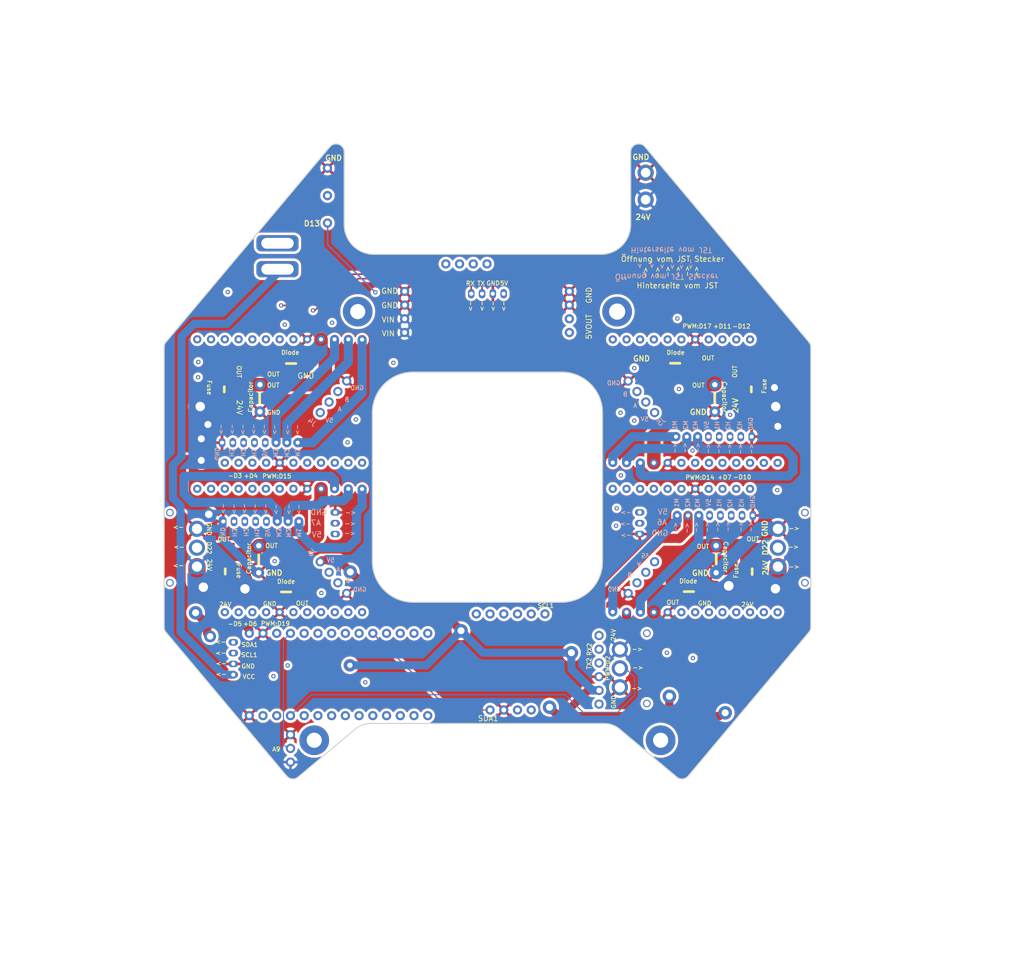
<source format=kicad_pcb>
(kicad_pcb (version 20221018) (generator pcbnew)
  (layers (0 "F.Cu" signal) (1 "In1.Cu" signal) (2 "In2.Cu" signal) (31 "B.Cu" signal) (34 "B.Paste" user) (35 "F.Paste" user) (36 "B.SilkS" user "B.Silkscreen") (37 "F.SilkS" user "F.Silkscreen") (38 "B.Mask" user) (39 "F.Mask" user) (44 "Edge.Cuts" user))
  (net 0 "")
  (net 1 "RX")
  (net 2 "TX")
  (net 3 "GND")
  (net 4 "+5V")
  (net 5 "DribblerESC")
  (net 6 "A_VR")
  (net 7 "B_VR")
  (net 8 "A_VL")
  (net 9 "B_VL")
  (net 10 "B_HR")
  (net 11 "A_HL")
  (net 12 "B_HL")
  (net 13 "SDA")
  (net 14 "SCL")
  (net 15 "RX2")
  (net 16 "TX2")
  (net 18 "StartMicroSwitch")
  (net 19 "Batterystate")
  (net 20 "+24V")
  (net 21 "IR2")
  (net 22 "IR1")
  (net 23 "H3_VR")
  (net 24 "H2_VR")
  (net 25 "H1_VR")
  (net 26 "Phase3_VR")
  (net 27 "Phase2_VR")
  (net 28 "Phase1_VR")
  (net 29 "H3_VL")
  (net 30 "H2_VL")
  (net 31 "H1_VL")
  (net 32 "Phase3_VL")
  (net 33 "Phase2_VL")
  (net 34 "Phase1_Vl")
  (net 35 "H3_HR")
  (net 36 "H2_HR")
  (net 37 "H1_HR")
  (net 38 "Phase3_HR")
  (net 39 "Phase2_HR")
  (net 40 "H3_HL")
  (net 41 "H2_HL")
  (net 42 "H1_HL")
  (net 43 "Phase3_HL")
  (net 44 "Phase2_HL")
  (net 45 "Phase1_HL")
  (net 50 "CCW1")
  (net 51 "CW1")
  (net 52 "PWM1")
  (net 63 "CCW2")
  (net 64 "CW2")
  (net 65 "PWM2")
  (net 76 "CCW3")
  (net 77 "CW3")
  (net 78 "PWM3")
  (net 89 "CCW4")
  (net 90 "CW4")
  (net 91 "PWM4")
  (net 104 "KickerPin")
  (net 108 "Net-(D1-A1)")
  (net 109 "Net-(D2-A1)")
  (net 110 "Net-(D3-A1)")
  (net 111 "Net-(D4-A1)")
  (net 112 "VCC")
  (net 117 "A_HR")
  (net 118 "Phase1_HR")
  (footprint "FUSE:Fuse" (layer "F.Cu") (at -48.675 -18.125 -90)
    (fp_text reference "F3" hide)
    (fp_text value "Fuse" hide)
  )
  (footprint "FUSE:Fuse" (layer "F.Cu") (at 48.675 15.625 90)
    (fp_text reference "F4" hide)
    (fp_text value "Fuse" hide)
  )
  (footprint "hole.:Hole" (layer "F.Cu") (at 99.06 7.62)
    (fp_text reference "J26" hide)
    (fp_text value "S1" hide)
  )
  (footprint "DIOTECH:Diotec (P6SMBJ33A)" (layer "F.Cu") (at -39.5 -23)
    (fp_text reference "D2" hide)
    (fp_text value "Diotec (P6SMBJ33A)")
  )
  (footprint "maxon:ESCON Module 242, 4-Q servo controller for DCEC motors, 26 A, 10-24 VDC" (layer "F.Cu") (at -21.694 -1.6 -90)
    (fp_text reference "Maxon_motortreiber4" hide)
    (fp_text value "~" hide)
  )
  (footprint "Connector_AMASS:AMASS_MR30PW-FB_1x03_P3.50mm_Horizontal" (layer "F.Cu") (at 24.5 33.55 -90)
    (fp_text reference "J19" hide)
    (fp_text value "xt30" hide)
  )
  (footprint "Connector_AMASS:AMASS_MR30PW-FB_1x03_P3.50mm_Horizontal" (layer "F.Cu") (at 53.75 11.21 -90)
    (fp_text reference "J21" hide)
    (fp_text value "xt30" hide)
  )
  (footprint "Kondensator36v:Kondensator36v" (layer "F.Cu") (at -42.3164 10.8403 -90)
    (fp_text reference "C4" hide)
    (fp_text value "C_Polarized")
  )
  (footprint "maxon:ESCON Module 242, 4-Q servo controller for DCEC motors, 26 A, 10-24 VDC" (layer "F.Cu") (at 21.692 25.0595 90)
    (fp_text reference "Maxon_motortreiber1" hide)
    (fp_text value "~" hide)
  )
  (footprint "FUSE:Fuse" (layer "F.Cu") (at 48.675 -18.125 90)
    (fp_text reference "F2" hide)
    (fp_text value "Fuse" hide)
  )
  (footprint "Kondensator36v:Kondensator36v" (layer "F.Cu") (at -42.1 -18.975 -90)
    (fp_text reference "C2" hide)
    (fp_text value "C_Polarized")
  )
  (footprint "Connector_AMASS:AMASS_XT30UPB-M_1x02_P5.0mm_Vertical" (layer "F.Cu") (at 29.275 -58.225 -90)
    (fp_text reference "J22" hide)
    (fp_text value "xt30 m" hide)
  )
  (footprint "DIOTECH:Diotec (P6SMBJ33A)" (layer "F.Cu") (at -34.2364 19.475 180)
    (fp_text reference "D4" hide)
    (fp_text value "Diotec (P6SMBJ33A)")
  )
  (footprint "Kondensator36v:Kondensator36v" (layer "F.Cu") (at 42.3164 10.8403 -90)
    (fp_text reference "C1" hide)
    (fp_text value "C_Polarized" hide)
  )
  (footprint "DIOTECH:Diotec (P6SMBJ33A)" (layer "F.Cu") (at 37.85 -23 180)
    (fp_text reference "D3" hide)
    (fp_text value "Diotec (P6SMBJ33A)" hide)
  )
  (footprint "schalter:RND 210-00545 Schalter 3A" (layer "F.Cu") (at -49.85 -37.55 90)
    (fp_text reference "Teensy_Schalter1" hide)
    (fp_text value "Schalter" hide)
  )
  (footprint "bno055:bno055" (layer "F.Cu") (at 17.63 39.98 180)
    (fp_text reference "U1" hide)
    (fp_text value "BNO055" hide)
  )
  (footprint "maxon:ESCON Module 242, 4-Q servo controller for DCEC motors, 26 A, 10-24 VDC" (layer "F.Cu") (at 21.694 -2.6 90)
    (fp_text reference "Maxon_motortreiber3" hide)
    (fp_text value "~" hide)
  )
  (footprint "maxon:ESCON Module 242, 4-Q servo controller for DCEC motors, 26 A, 10-24 VDC" (layer "F.Cu") (at -21.694 -29.27 -90)
    (fp_text reference "Maxon_motortreiber2" hide)
    (fp_text value "~" hide)
  )
  (footprint "Connector_PinHeader_2.54mm:PinHeader_1x03_P2.54mm_Vertical" (layer "F.Cu") (at -36.444 45.826)
    (fp_text reference "J10" hide)
    (fp_text value "Stromsensor" hide)
  )
  (footprint "FUSE:Fuse" (layer "F.Cu") (at -48.675 15.625 90)
    (fp_text reference "F5" hide)
    (fp_text value "Fuse" hide)
  )
  (footprint "hole.:Hole" (layer "F.Cu") (at 32.0534 32.0534)
    (fp_text reference "J24" hide)
    (fp_text value "S1")
  )
  (footprint "Connector_JST:JST_PH_S4B-PH-K_1x04_P2.00mm_Horizontal" (layer "F.Cu") (at -47.03 28.72 -90)
    (fp_text reference "J7" hide)
    (fp_text value "PI" hide)
  )
  (footprint "taster:taster klein 1A" (layer "F.Cu") (at -29.6 -48.9 90)
    (fp_text reference "J9" hide)
    (fp_text value "Taster")
  )
  (footprint "Connector_AMASS:AMASS_MR30PW-FB_1x03_P3.50mm_Horizontal" (layer "F.Cu") (at -53.75 11.21 90)
    (fp_text reference "J20" hide)
    (fp_text value "xt30" hide)
  )
  (footprint "Connector_JST:JST_PH_S4B-PH-K_1x04_P2.00mm_Horizontal" (layer "F.Cu") (at -3 -35.812)
    (fp_text reference "J1" hide)
    (fp_text value "Lidar" hide)
  )
  (footprint "Kondensator36v:Kondensator36v" (layer "F.Cu") (at 42.075 -18.975 -90)
    (fp_text reference "C3" hide)
    (fp_text value "C_Polarized")
  )
  (footprint "xt30:teensy,4,0" (layer "F.Cu") (at -46.04 43.57 90)
    (fp_text reference "U4" hide)
    (fp_text value "DEV-15583" hide)
  )
  (footprint "Stepdown:Stepdown 5v" (layer "F.Cu") (at -20.4 -42.6)
    (fp_text reference "DCC1" hide)
    (fp_text value "DCConverter-Componenten" hide)
  )
  (footprint "Connector_PinHeader_2.54mm:PinHeader_1x06_P2.54mm_Vertical" (layer "F.Cu") (at 20.656 27.468)
    (fp_text reference "J8" hide)
    (fp_text value "Conn_01x06_Socket" hide)
  )
  (footprint "hole.:Hole" (layer "F.Cu") (at 99.06 -11.88)
    (fp_text reference "J23" hide)
    (fp_text value "S1" hide)
  )
  (footprint "hole.:Hole" (layer "F.Cu") (at -24 -33.02)
    (fp_text reference "J25" hide)
    (fp_text value "S1")
  )
  (footprint "DIOTECH:Diotec (P6SMBJ33A)" (layer "F.Cu") (at 34.2364 19.3226)
    (fp_text reference "D1" hide)
    (fp_text value "Diotec (P6SMBJ33A)")
  )
  (footprint "pinheader:PinHeader_1x04_P2.54mm_Vertical" (layer "B.Cu") (at -26.04 19.651 40)
    (fp_text reference "J6")
    (fp_text value "Encoder4")
  )
  (footprint "Connector_JST:JST_PH_B3B-PH-K_1x03_P2.00mm_Vertical" (layer "B.Cu") (at 28.173 8.673 90)
    (fp_text reference "J12" hide)
    (fp_text value "IR1" hide)
  )
  (footprint "pinheader:PinHeader_1x04_P2.54mm_Vertical" (layer "B.Cu") (at 26.04 19.651 -40)
    (fp_text reference "J3" hide)
    (fp_text value "Encoder1" hide)
  )
  (footprint "jstmotor:JSTph_motor" (layer "B.Cu") (at -33.05 -11.15 180)
    (fp_text reference "J16" hide)
    (fp_text value "Motor2" hide)
  )
  (footprint "jstmotor:JSTph_motor" (layer "B.Cu") (at 33.05 8.15)
    (fp_text reference "J15" hide)
    (fp_text value "Motor1" hide)
  )
  (footprint "pinheader:PinHeader_1x04_P2.54mm_Vertical" (layer "B.Cu") (at -26.04 -19.651 140)
    (fp_text reference "J4")
    (fp_text value "Encoder2")
  )
  (footprint "jstmotor:JSTph_motor" (layer "B.Cu") (at 50.95 -11.15 180)
    (fp_text reference "J17" hide)
    (fp_text value "Motor3" hide)
  )
  (footprint "jstmotor:JSTph_motor" (layer "B.Cu") (at -50.95 8.15)
    (fp_text reference "J18" hide)
    (fp_text value "Motor4" hide)
  )
  (footprint "pinheader:PinHeader_1x04_P2.54mm_Vertical" (layer "B.Cu") (at 26.04 -19.651 -140)
    (fp_text reference "J5")
    (fp_text value "Encoder3")
  )
  (footprint "Connector_JST:JST_PH_B3B-PH-K_1x03_P2.00mm_Vertical" (layer "B.Cu") (at -28.173 4.673 -90)
    (fp_text reference "J11" hide)
    (fp_text value "IR2" hide)
  )
  (gr_line (start -37.22 -22.89) (end -35.46 -22.89) (stroke (width 0.5)) (layer "F.SilkS"))
  (gr_line (start -48.52 16.09) (end -48.52 15.11) (stroke (width 0.5)) (layer "F.SilkS"))
  (gr_line (start 42.06 -15.6) (end 42.06 -17.36) (stroke (width 0.5)) (layer "F.SilkS"))
  (gr_line (start 36.4 19.34) (end 38.16 19.34) (stroke (width 0.5)) (layer "F.SilkS"))
  (gr_line (start 48.83 -17.62) (end 48.83 -18.6) (stroke (width 0.5)) (layer "F.SilkS"))
  (gr_line (start -48.7 -17.62) (end -48.7 -18.6) (stroke (width 0.5)) (layer "F.SilkS"))
  (gr_line (start 42.34 14.23) (end 42.34 12.47) (stroke (width 0.5)) (layer "F.SilkS"))
  (gr_line (start -42.32 14.28) (end -42.32 12.52) (stroke (width 0.5)) (layer "F.SilkS"))
  (gr_line (start -42.15 -15.61) (end -42.15 -17.37) (stroke (width 0.5)) (layer "F.SilkS"))
  (gr_line (start 48.99 15.1) (end 48.98 16.18) (stroke (width 0.5)) (layer "F.SilkS"))
  (gr_line (start 33.85 -22.94) (end 35.61 -22.94) (stroke (width 0.5)) (layer "F.SilkS"))
  (gr_line (start -36.38 19.4) (end -38.14 19.4) (stroke (width 0.5)) (layer "F.SilkS"))
  (gr_arc (start 13.750002 -21.294129) (mid 19.084505 -19.084504) (end 21.294129 -13.75) (stroke (width 0.2)) (layer "Edge.Cuts"))
  (gr_arc (start 21.294129 13.750002) (mid 19.084505 19.084505) (end 13.750003 21.294129) (stroke (width 0.2)) (layer "Edge.Cuts"))
  (gr_arc (start 21.57989 43.751263) (mid 23.118982 44.022642) (end 24.472435 44.804063) (stroke (width 0.2)) (layer "Edge.Cuts"))
  (gr_arc (start -13.750002 21.294129) (mid -19.084505 19.084505) (end -21.294129 13.750003) (stroke (width 0.2)) (layer "Edge.Cuts"))
  (gr_line (start 21.294129 -13.75) (end 21.294129 13.750002) (stroke (width 0.2)) (layer "Edge.Cuts"))
  (gr_arc (start -21.294129 -13.750002) (mid -19.084505 -19.084504) (end -13.750003 -21.294129) (stroke (width 0.2)) (layer "Edge.Cuts"))
  (gr_line (start -26.5 -48.604151) (end -26.5 -62.050555) (stroke (width 0.2)) (layer "Edge.Cuts"))
  (gr_arc (start 26.5 -62.050555) (mid 27.486965 -63.460137) (end 29.149067 -63.014737) (stroke (width 0.2)) (layer "Edge.Cuts"))
  (gr_line (start 59.474435 -26.87437) (end 29.149067 -63.014737) (stroke (width 0.2)) (layer "Edge.Cuts"))
  (gr_arc (start -24.472435 44.804063) (mid -23.118981 44.022646) (end -21.57989 43.751263) (stroke (width 0.2)) (layer "Edge.Cuts"))
  (gr_arc (start 37.147983 53.482) (mid 36.129646 54.012116) (end 35.034735 53.666885) (stroke (width 0.2)) (layer "Edge.Cuts"))
  (gr_line (start -21.294129 13.750003) (end -21.294129 -13.750002) (stroke (width 0.2)) (layer "Edge.Cuts"))
  (gr_line (start 21 -43.104151) (end -21 -43.104151) (stroke (width 0.2)) (layer "Edge.Cuts"))
  (gr_arc (start 59.825368 25.910189) (mid 59.734909 26.42322) (end 59.474435 26.87437) (stroke (width 0.2)) (layer "Edge.Cuts"))
  (gr_line (start -35.034735 53.666885) (end -24.472435 44.804063) (stroke (width 0.2)) (layer "Edge.Cuts"))
  (gr_line (start -13.750003 -21.294129) (end 13.750002 -21.294129) (stroke (width 0.2)) (layer "Edge.Cuts"))
  (gr_arc (start -21 -43.104151) (mid -24.889087 -44.715064) (end -26.5 -48.604151) (stroke (width 0.2)) (layer "Edge.Cuts"))
  (gr_arc (start 59.474435 -26.87437) (mid 59.734909 -26.42322) (end 59.825368 -25.910189) (stroke (width 0.2)) (layer "Edge.Cuts"))
  (gr_line (start -59.825368 -25.910189) (end -59.825368 25.910189) (stroke (width 0.2)) (layer "Edge.Cuts"))
  (gr_line (start 59.825368 25.910189) (end 59.825368 -25.910189) (stroke (width 0.2)) (layer "Edge.Cuts"))
  (gr_arc (start -29.149067 -63.014737) (mid -27.486969 -63.460094) (end -26.5 -62.050555) (stroke (width 0.2)) (layer "Edge.Cuts"))
  (gr_line (start -59.474435 26.87437) (end -37.147983 53.482) (stroke (width 0.2)) (layer "Edge.Cuts"))
  (gr_line (start 24.472435 44.804063) (end 35.034735 53.666885) (stroke (width 0.2)) (layer "Edge.Cuts"))
  (gr_line (start 26.5 -62.050555) (end 26.5 -48.604151) (stroke (width 0.2)) (layer "Edge.Cuts"))
  (gr_arc (start 26.5 -48.604151) (mid 24.889088 -44.715063) (end 21 -43.104151) (stroke (width 0.2)) (layer "Edge.Cuts"))
  (gr_arc (start -59.474435 26.87437) (mid -59.734907 26.423219) (end -59.825368 25.910189) (stroke (width 0.2)) (layer "Edge.Cuts"))
  (gr_arc (start -35.034735 53.666885) (mid -36.12965 54.01211) (end -37.147983 53.482) (stroke (width 0.2)) (layer "Edge.Cuts"))
  (gr_line (start -21.57989 43.751263) (end 21.57989 43.751263) (stroke (width 0.2)) (layer "Edge.Cuts"))
  (gr_arc (start -59.825368 -25.910189) (mid -59.734907 -26.423219) (end -59.474435 -26.87437) (stroke (width 0.2)) (layer "Edge.Cuts"))
  (gr_line (start 13.750003 21.294129) (end -13.750002 21.294129) (stroke (width 0.2)) (layer "Edge.Cuts"))
  (gr_line (start -29.149067 -63.014737) (end -59.474435 -26.87437) (stroke (width 0.2)) (layer "Edge.Cuts"))
  (gr_line (start 37.147983 53.482) (end 59.474435 26.87437) (stroke (width 0.2)) (layer "Edge.Cuts"))
  (gr_text "M1" (at 34.66 -11.47 90) (layer "B.SilkS") (effects (font (size 0.8 0.8)) (justify mirror)))
  (gr_text "B" (at -26 -16.22) (layer "B.SilkS") (effects (font (size 0.8 0.8)) (justify mirror)))
  (gr_text "->" (at -25.313 4.807 180) (layer "B.SilkS") (effects (font (size 0.8 0.8)) (justify mirror)))
  (gr_text "Öffnung vom JST Stecker" (at 33.16 -38.99 180) (layer "B.SilkS") (effects (font (size 1 1)) (justify mirror)))
  (gr_text "->" (at 32.26 -41.34 90) (layer "B.SilkS") (effects (font (size 0.8 0.8)) (justify mirror)))
  (gr_text "GND" (at -31.2 4.64) (layer "B.SilkS") (effects (font (size 1 1)) (justify mirror)))
  (gr_text "M3" (at 38.88 2.94 90) (layer "B.SilkS") (effects (font (size 0.8 0.8)) (justify mirror)))
  (gr_text "M3" (at -39.25 -6.37 -90) (layer "B.SilkS") (effects (font (size 0.8 0.8)) (justify mirror)))
  (gr_text "->" (at 34.15 -41.3 90) (layer "B.SilkS") (effects (font (size 0.8 0.8)) (justify mirror)))
  (gr_text "H3" (at -46.82 8.42 -90) (layer "B.SilkS") (effects (font (size 0.8 0.8)) (justify mirror)))
  (gr_text "->" (at -25.413 6.837 180) (layer "B.SilkS") (effects (font (size 0.8 0.8)) (justify mirror)))
  (gr_text "H1" (at -43.2 -6.42 -90) (layer "B.SilkS") (effects (font (size 0.8 0.8)) (justify mirror)))
  (gr_text "->" (at 28.14 -41.48 90) (layer "B.SilkS") (effects (font (size 0.8 0.8)) (justify mirror)))
  (gr_text "A6" (at 32.29 6.51) (layer "B.SilkS") (effects (font (size 1 1)) (justify mirror)))
  (gr_text "5V" (at -40.7 8.5 -90) (layer "B.SilkS") (effects (font (size 0.8 0.8)) (justify mirror)))
  (gr_text "->" (at 48.94 -7.1 -90) (layer "B.SilkS") (effects (font (size 0.8 0.8)) (justify mirror)))
  (gr_text "GND" (at 23.49598 18.82 180) (layer "B.SilkS") (effects (font (size 0.8 0.8)) (justify mirror)))
  (gr_text "->" (at -34.93 4.12 90) (layer "B.SilkS") (effects (font (size 0.8 0.8)) (justify mirror)))
  (gr_text "->" (at -46.94 4.05 90) (layer "B.SilkS") (effects (font (size 0.8 0.8)) (justify mirror)))
  (gr_text "->" (at -39.42 -10.64 90) (layer "B.SilkS") (effects (font (size 0.8 0.8)) (justify mirror)))
  (gr_text "->" (at 42.89 -7.15 -90) (layer "B.SilkS") (effects (font (size 0.8 0.8)) (justify mirror)))
  (gr_text "->" (at -41.34 -10.71 90) (layer "B.SilkS") (effects (font (size 0.8 0.8)) (justify mirror)))
  (gr_text "H2" (at 44.89 3.01 90) (layer "B.SilkS") (effects (font (size 0.8 0.8)) (justify mirror)))
  (gr_text "->" (at -39.16 4.12 90) (layer "B.SilkS") (effects (font (size 0.8 0.8)) (justify mirror)))
  (gr_text "M2" (at 36.7 -11.49 90) (layer "B.SilkS") (effects (font (size 0.8 0.8)) (justify mirror)))
  (gr_text "A7" (at -31.73319 6.61) (layer "B.SilkS") (effects (font (size 1 1)) (justify mirror)))
  (gr_text "->" (at 37.55 -41.3 90) (layer "B.SilkS") (effects (font (size 0.8 0.8)) (justify mirror)))
  (gr_text "->" (at 35.85 -41.26 90) (layer "B.SilkS") (effects (font (size 0.8 0.8)) (justify mirror)))
  (gr_text "M3" (at -38.66 8.42 -90) (layer "B.SilkS") (effects (font (size 0.8 0.8)) (justify mirror)))
  (gr_text "M1" (at 35.02 2.9 90) (layer "B.SilkS") (effects (font (size 0.8 0.8)) (justify mirror)))
  (gr_text "->" (at 48.83 7.28 -90) (layer "B.SilkS") (effects (font (size 0.8 0.8)) (justify mirror)))
  (gr_text "->" (at 34.9 7.49 -90) (layer "B.SilkS") (effects (font (size 0.8 0.8)) (justify mirror)))
  (gr_text "->" (at -45.31 -10.7 90) (layer "B.SilkS") (effects (font (size 0.8 0.8)) (justify mirror)))
  (gr_text "A" (at 28.03598 14.27 180) (layer "B.SilkS") (effects (font (size 0.8 0.8)) (justify mirror)))
  (gr_text "->" (at 44.6 7.28 -90) (layer "B.SilkS") (effects (font (size 0.8 0.8)) (justify mirror)))
  (gr_text "M3" (at 38.52 -11.43 90) (layer "B.SilkS") (effects (font (size 0.8 0.8)) (justify mirror)))
  (gr_text "B" (at -25.785238 17.3) (layer "B.SilkS") (effects (font (size 0.8 0.8)) (justify mirror)))
  (gr_text "5V" (at 32.45 4.57) (layer "B.SilkS") (effects (font (size 1 1)) (justify mirror)))
  (gr_text "->" (at 40.94 -7.19 -90) (layer "B.SilkS") (effects (font (size 0.8 0.8)) (justify mirror)))
  (gr_text "H2" (at -44.67 8.35 -90) (layer "B.SilkS") (effects (font (size 0.8 0.8)) (justify mirror)))
  (gr_text "M1" (at -34.92 8.42 -90) (layer "B.SilkS") (effects (font (size 0.8 0.8)) (justify mirror)))
  (gr_text "GND" (at -49.01 8.64 -90) (layer "B.SilkS") (effects (font (size 0.8 0.8)) (justify mirror)))
  (gr_text "H3" (at -47.37 -6.39 -90) (layer "B.SilkS") (effects (font (size 0.8 0.8)) (justify mirror)))
  (gr_text "->" (at 36.63 -7.26 -90) (layer "B.SilkS") (effects (font (size 0.8 0.8)) (justify mirror)))
  (gr_text "5V" (at -29.025238 13.51) (layer "B.SilkS") (effects (font (size 0.8 0.8)) (justify mirror)))
  (gr_text "5V" (at 29.19598 12.63 180) (layer "B.SilkS") (effects (font (size 0.8 0.8)) (justify mirror)))
  (gr_text "B" (at 26.31598 16.19 180) (layer "B.SilkS") (effects (font (size 0.8 0.8)) (justify mirror)))
  (gr_text "5V" (at -29.26 -12.39) (layer "B.SilkS") (effects (font (size 0.8 0.8)) (justify mirror)))
  (gr_text "H1" (at 42.87 2.97 90) (layer "B.SilkS") (effects (font (size 0.8 0.8)) (justify mirror)))
  (gr_text "->" (at 44.88 -7.11 -90) (layer "B.SilkS") (effects (font (size 0.8 0.8)) (justify mirror)))
  (gr_text "H3" (at 47.04 2.94 90) (layer "B.SilkS") (effects (font (size 0.8 0.8)) (justify mirror)))
  (gr_text "A" (at -27.605238 15.27) (layer "B.SilkS") (effects (font (size 0.8 0.8)) (justify mirror)))
  (gr_text "Hinterseite vom JST" (at 34.03 -43.91 180) (layer "B.SilkS") (effects (font (size 1 1)) (justify mirror)))
  (gr_text "GND" (at 49.08 2.65 90) (layer "B.SilkS") (effects (font (size 0.8 0.8)) (justify mirror)))
  (gr_text "M2" (at -37.16 -6.33 -90) (layer "B.SilkS") (effects (font (size 0.8 0.8)) (justify mirror)))
  (gr_text "H2" (at -45.22 -6.46 -90) (layer "B.SilkS") (effects (font (size 0.8 0.8)) (justify mirror)))
  (gr_text "H1" (at 42.51 -11.4 90) (layer "B.SilkS") (effects (font (size 0.8 0.8)) (justify mirror)))
  (gr_text "5V" (at -41.25 -6.31 -90) (layer "B.SilkS") (effects (font (size 0.8 0.8)) (justify mirror)))
  (gr_text "->" (at 34.79 -7.26 -90) (layer "B.SilkS") (effects (font (size 0.8 0.8)) (justify mirror)))
  (gr_text "->" (at 37.01 7.57 -90) (layer "B.SilkS") (effects (font (size 0.8 0.8)) (justify mirror)))
  (gr_text "->" (at -41.08 4.05 90) (layer "B.SilkS") (effects (font (size 0.8 0.8)) (justify mirror)))
  (gr_text "H2" (at 44.53 -11.36 90) (layer "B.SilkS") (effects (font (size 0.8 0.8)) (justify mirror)))
  (gr_text "GND" (at -50.06 -6.18 -90) (layer "B.SilkS") (effects (font (size 0.8 0.8)) (justify mirror)))
  (gr_text "->" (at 38.74 7.43 -90) (layer "B.SilkS") (effects (font (size 0.8 0.8)) (justify mirror)))
  (gr_text "M2" (at -36.84 8.48 -90) (layer "B.SilkS") (effects (font (size 0.8 0.8)) (justify mirror)))
  (gr_text "5V" (at 29.075238 -12.61) (layer "B.SilkS") (effects (font (size 0.8 0.8)) (justify mirror)))
  (gr_text "A" (at -27.36 -14.48) (layer "B.SilkS") (effects (font (size 0.8 0.8)) (justify mirror)))
  (gr_text "->" (at 25.64 4.64) (layer "B.SilkS") (effects (font (size 0.8 0.8)) (justify mirror)))
  (gr_text "->" (at -47.28 -10.75 90) (layer "B.SilkS") (effects (font (size 0.8 0.8)) (justify mirror)))
  (gr_text "->" (at 39.02 -7.26 -90) (layer "B.SilkS") (effects (font (size 0.8 0.8)) (justify mirror)))
  (gr_text "->" (at -35.19 -10.64 90) (layer "B.SilkS") (effects (font (size 0.8 0.8)) (justify mirror)))
  (gr_text "H3" (at 46.68 -11.43 90) (layer "B.SilkS") (effects (font (size 0.8 0.8)) (justify mirror)))
  (gr_text "A" (at 27.335238 -15.08) (layer "B.SilkS") (effects (font (size 0.8 0.8)) (justify mirror)))
  (gr_text "GND" (at 23.355238 -19.27) (layer "B.SilkS") (effects (font (size 0.8 0.8)) (justify mirror)))
  (gr_text "->" (at -48.94 3.97 90) (layer "B.SilkS") (effects (font (size 0.8 0.8)) (justify mirror)))
  (gr_text "H1" (at -42.65 8.39 -90) (layer "B.SilkS") (effects (font (size 0.8 0.8)) (justify mirror)))
  (gr_text "GND" (at 48.72 -11.72 90) (layer "B.SilkS") (effects (font (size 0.8 0.8)) (justify mirror)))
  (gr_text "M1" (at -35.16 -6.45 -90) (layer "B.SilkS") (effects (font (size 0.8 0.8)) (justify mirror)))
  (gr_text "5V" (at 40.92 2.86 90) (layer "B.SilkS") (effects (font (size 0.8 0.8)) (justify mirror)))
  (gr_text "->" (at 46.99 7.28 -90) (layer "B.SilkS") (effects (font (size 0.8 0.8)) (justify mirror)))
  (gr_text "->" (at 46.89 -7.04 -90) (layer "B.SilkS") (effects (font (size 0.8 0.8)) (justify mirror)))
  (gr_text "->" (at -45.02 3.97 90) (layer "B.SilkS") (effects (font (size 0.8 0.8)) (justify mirror)))
  (gr_text "->" (at -43.29 -10.75 90) (layer "B.SilkS") (effects (font (size 0.8 0.8)) (justify mirror)))
  (gr_text "->" (at 30.36 -41.43 90) (layer "B.SilkS") (effects (font (size 0.8 0.8)) (justify mirror)))
  (gr_text "->" (at -25.443 8.627 180) (layer "B.SilkS") (effects (font (size 0.8 0.8)) (justify mirror)))
  (gr_text "5V" (at 40.56 -11.51 90) (layer "B.SilkS") (effects (font (size 0.8 0.8)) (justify mirror)))
  (gr_text "M2" (at 37.06 2.88 90) (layer "B.SilkS") (effects (font (size 0.8 0.8)) (justify mirror)))
  (gr_text "->" (at -36.77 4.12 90) (layer "B.SilkS") (effects (font (size 0.8 0.8)) (justify mirror)))
  (gr_text "->" (at 25.56 6.76) (layer "B.SilkS") (effects (font (size 0.8 0.8)) (justify mirror)))
  (gr_text "GND" (at -23.605238 18.95) (layer "B.SilkS") (effects (font (size 0.8 0.8)) (justify mirror)))
  (gr_text "->" (at -37.03 -10.64 90) (layer "B.SilkS") (effects (font (size 0.8 0.8)) (justify mirror)))
  (gr_text "GND" (at 31.91 8.52) (layer "B.SilkS") (effects (font (size 1 1)) (justify mirror)))
  (gr_text "->" (at 42.68 7.35 -90) (layer "B.SilkS") (effects (font (size 0.8 0.8)) (justify mirror)))
  (gr_text "GND" (at -24.1 -18.38) (layer "B.SilkS") (effects (font (size 0.8 0.8)) (justify mirror)))
  (gr_text "->" (at -43.03 4.01 90) (layer "B.SilkS") (effects (font (size 0.8 0.8)) (justify mirror)))
  (gr_text "B" (at 25.495238 -17.21) (layer "B.SilkS") (effects (font (size 0.8 0.8)) (justify mirror)))
  (gr_text "5V" (at -31.58319 8.78) (layer "B.SilkS") (effects (font (size 1 1)) (justify mirror)))
  (gr_text "->" (at 25.67 8.85) (layer "B.SilkS") (effects (font (size 0.8 0.8)) (justify mirror)))
  (gr_text "->" (at 40.73 7.39 -90) (layer "B.SilkS") (effects (font (size 0.8 0.8)) (justify mirror)))
  (gr_text "->" (at -49.33 -10.73 90) (layer "B.SilkS") (effects (font (size 0.8 0.8)) (justify mirror)))
  (gr_text "24V" (at 23.33 27.35 90) (layer "F.SilkS") (effects (font (size 0.8 0.8))))
  (gr_text "PWM:D2" (at 22.27 33.53 90) (layer "F.SilkS") (effects (font (size 0.8 0.8))))
  (gr_text "Fuse" (at -45.98 15.53 270) (layer "F.SilkS") (effects (font (size 0.8 0.8))))
  (gr_text "->" (at 56.73 14.72) (layer "F.SilkS") (effects (font (size 0.8 0.8))))
  (gr_text "GND" (at 23.36 39.76 90) (layer "F.SilkS") (effects (font (size 0.8 0.8))))
  (gr_text "->" (at 31.47 -39.8 90) (layer "F.SilkS") (effects (font (size 0.8 0.8))))
  (gr_text "GND" (at -44.28 33.15) (layer "F.SilkS") (effects (font (size 0.8 0.8))))
  (gr_text "OUT" (at -39.59 -20.91) (layer "F.SilkS") (effects (font (size 0.8 0.8))))
  (gr_text "24V" (at 48.1 21.7) (layer "F.SilkS") (effects (font (size 0.8 0.8))))
  (gr_text "+D6" (at -43.91 25.29) (layer "F.SilkS") (effects (font (size 0.8 0.8))))
  (gr_text "OUT" (at -39.95 10.84) (layer "F.SilkS") (effects (font (size 0.8 0.8))))
  (gr_text "24V" (at -45.88 -14.76 -90) (layer "F.SilkS") (effects (font (size 1 1))))
  (gr_text "->" (at -3.06 -33.52 -90) (layer "F.SilkS") (effects (font (size 0.8 0.8))))
  (gr_text "->" (at 1.12 -33.55 -90) (layer "F.SilkS") (effects (font (size 0.8 0.8))))
  (gr_text "->" (at 35.26 -39.93 90) (layer "F.SilkS") (effects (font (size 0.8 0.8))))
  (gr_text "->" (at 27.63 37.24) (layer "F.SilkS") (effects (font (size 0.8 0.8))))
  (gr_text "Capacitor" (at -43.83 -16.7 90) (layer "F.SilkS") (effects (font (size 0.8 0.8))))
  (gr_text "TX" (at -1.18 -37.73) (layer "F.SilkS") (effects (font (size 0.8 0.8))))
  (gr_text "+D4" (at -43.78 -2.08) (layer "F.SilkS") (effects (font (size 0.8 0.8))))
  (gr_text "PWM:D19\n" (at -39.24 25.26) (layer "F.SilkS") (effects (font (size 0.8 0.8))))
  (gr_text "TX2" (at 18.81 32.65 90) (layer "F.SilkS") (effects (font (size 0.8 0.8))))
  (gr_text "GND" (at -33.6 -20.6) (layer "F.SilkS") (effects (font (size 1 1))))
  (gr_text "D13" (at -32.48 -48.81) (layer "F.SilkS") (effects (font (size 1 1) (thickness 0.2) bold)))
  (gr_text "Fuse" (at -51.45 -18.42 270) (layer "F.SilkS") (effects (font (size 0.8 0.8))))
  (gr_text "OUT" (at -48.77 9.66) (layer "F.SilkS") (effects (font (size 0.8 0.8))))
  (gr_text "24V" (at 28.8 -50) (layer "F.SilkS") (effects (font (size 1 1) (thickness 0.2) bold)))
  (gr_text "+D11" (at 43.47 -29.78) (layer "F.SilkS") (effects (font (size 0.8 0.8))))
  (gr_text "24V" (at -48.5 21.69) (layer "F.SilkS") (effects (font (size 0.8 0.8))))
  (gr_text "->" (at 56.73 7.61) (layer "F.SilkS") (effects (font (size 0.8 0.8))))
  (gr_text "OUT" (at 34.31 21.33) (layer "F.SilkS") (effects (font (size 0.8 0.8))))
  (gr_text "-D5" (at -46.72 25.32) (layer "F.SilkS") (effects (font (size 0.8 0.8))))
  (gr_text "D22" (at -51.5 11.25 270) (layer "F.SilkS") (effects (font (size 0.8 0.8))))
  (gr_text "->" (at 38.66 -39.93 90) (layer "F.SilkS") (effects (font (size 0.8 0.8))))
  (gr_text "OUT" (at -34.26 21.51) (layer "F.SilkS") (effects (font (size 0.8 0.8))))
  (gr_text "5V" (at 3.09 -37.76) (layer "F.SilkS") (effects (font (size 0.8 0.8))))
  (gr_text "24V" (at 45.89 -15.1 90) (layer "F.SilkS") (effects (font (size 1 1) (thickness 0.2) bold)))
  (gr_text "GND" (at -39.49 15.87) (layer "F.SilkS") (effects (font (size 1 1) (thickness 0.2) bold)))
  (gr_text "->" (at 56.61 11.05) (layer "F.SilkS") (effects (font (size 0.8 0.8))))
  (gr_text "-D12" (at 47 -29.78) (layer "F.SilkS") (effects (font (size 0.8 0.8))))
  (gr_text "-D10" (at 47.14 -1.87) (layer "F.SilkS") (effects (font (size 0.8 0.8))))
  (gr_text "Diode" (at 34.83 -24.92) (layer "F.SilkS") (effects (font (size 0.8 0.8))))
  (gr_text "-D3" (at -46.71 -2.12) (layer "F.SilkS") (effects (font (size 0.8 0.8))))
  (gr_text "GND" (at 39.4 15.9) (layer "F.SilkS") (effects (font (size 1 1) (thickness 0.2) bold)))
  (gr_text "->" (at 27.84 33.39) (layer "F.SilkS") (effects (font (size 0.8 0.8))))
  (gr_text "OUT" (at -39.63 -18.88) (layer "F.SilkS") (effects (font (size 0.8 0.8))))
  (gr_text "Öffnung vom JST Stecker" (at 34.27 -42.24) (layer "F.SilkS") (effects (font (size 1 1))))
  (gr_text "->" (at -49.25 32.74 180) (layer "F.SilkS") (effects (font (size 0.8 0.8))))
  (gr_text "PWM:D17" (at 38.78 -29.8) (layer "F.SilkS") (effects (font (size 0.8 0.8))))
  (gr_text "RX" (at -3.17 -37.73) (layer "F.SilkS") (effects (font (size 0.8 0.8))))
  (gr_text "->" (at 3.09 -33.52 -90) (layer "F.SilkS") (effects (font (size 0.8 0.8))))
  (gr_text "GND" (at 39 -13.9) (layer "F.SilkS") (effects (font (size 1 1) (thickness 0.2) bold)))
  (gr_text "OUT" (at -45.97 -21.36 -90) (layer "F.SilkS") (effects (font (size 0.8 0.8))))
  (gr_text "GND" (at 1.05 -37.76) (layer "F.SilkS") (effects (font (size 0.8 0.8))))
  (gr_text "Diode" (at -37.25 17.47) (layer "F.SilkS") (effects (font (size 0.8 0.8))))
  (gr_text "OUT" (at 49.12 9.61) (layer "F.SilkS") (effects (font (size 0.8 0.8))))
  (gr_text "GND" (at -39.55 -13.83) (layer "F.SilkS") (effects (font (size 0.8 0.8) (thickness 0.15) bold)))
  (gr_text "GND" (at 28.4 -61.1) (layer "F.SilkS") (effects (font (size 1 1) (thickness 0.2) bold)))
  (gr_text "->" (at -0.92 -33.55 -90) (layer "F.SilkS") (effects (font (size 0.8 0.8))))
  (gr_text "GND" (at -40.3 21.6) (layer "F.SilkS") (effects (font (size 0.8 0.8))))
  (gr_text "VCC" (at -44.14 35.09) (layer "F.SilkS") (effects (font (size 0.8 0.8))))
  (gr_text "->" (at -57.18 14.61 180) (layer "F.SilkS") (effects (font (size 0.8 0.8))))
  (gr_text "+D7" (at 43.87 -1.82) (layer "F.SilkS") (effects (font (size 0.8 0.8))))
  (gr_text "OUT" (at 45.78 -21.4 90) (layer "F.SilkS") (effects (font (size 0.8 0.8))))
  (gr_text "SDA1" (at 0.14 42.82) (layer "F.SilkS") (effects (font (size 1 1))))
  (gr_text "GND" (at -28.48 -60.94) (layer "F.SilkS") (effects (font (size 1 1) (thickness 0.2) bold)))
  (gr_text "Diode" (at -36.49 -24.93) (layer "F.SilkS") (effects (font (size 0.8 0.8))))
  (gr_text "GND" (at 28.5 -23.8) (layer "F.SilkS") (effects (font (size 1 1) (thickness 0.2) bold)))
  (gr_text "PWM:D14" (at 39.33 -1.81) (layer "F.SilkS") (effects (font (size 0.8 0.8))))
  (gr_text "Fuse" (at 51.2 -18.7 90) (layer "F.SilkS") (effects (font (size 0.8 0.8))))
  (gr_text "GND" (at 40.2 21.5) (layer "F.SilkS") (effects (font (size 0.8 0.8))))
  (gr_text "Capacitor" (at 44.09 12.93 -90) (layer "F.SilkS") (effects (font (size 0.8 0.8))))
  (gr_text "->" (at -49.27 34.73 180) (layer "F.SilkS") (effects (font (size 0.8 0.8))))
  (gr_text "->" (at -57.06 11.17 180) (layer "F.SilkS") (effects (font (size 0.8 0.8))))
  (gr_text "->" (at -49.37 28.74 180) (layer "F.SilkS") (effects (font (size 0.8 0.8))))
  (gr_text "OUT" (at 39.89 10.98) (layer "F.SilkS") (effects (font (size 0.8 0.8))))
  (gr_text "->" (at 29.25 -39.75 90) (layer "F.SilkS") (effects (font (size 0.8 0.8))))
  (gr_text "Capacitor" (at -44.16 13.21 90) (layer "F.SilkS") (effects (font (size 0.8 0.8))))
  (gr_text "24V" (at 51.48 14.97 90) (layer "F.SilkS") (effects (font (size 1 1) (thickness 0.2) bold)))
  (gr_text "->" (at 33.37 -39.89 90) (layer "F.SilkS") (effects (font (size 0.8 0.8))))
  (gr_text "Capacitor" (at 43.87 -16.69 -90) (layer "F.SilkS") (effects (font (size 0.8 0.8))))
  (gr_text "SCL1" (at 10.8 21.94) (layer "F.SilkS") (effects (font (size 0.8 0.8))))
  (gr_text "Diode" (at 37.17 17.4) (layer "F.SilkS") (effects (font (size 0.8 0.8))))
  (gr_text "OUT" (at 39.04 -18.86) (layer "F.SilkS") (effects (font (size 0.8 0.8))))
  (gr_text "RX2" (at 18.88 30.02 90) (layer "F.SilkS") (effects (font (size 0.8 0.8))))
  (gr_text "PWM:D15" (at -38.96 -2.03) (layer "F.SilkS") (effects (font (size 0.8 0.8))))
  (gr_text "A9" (at -39.07 48.52) (layer "F.SilkS") (effects (font (size 0.8 0.8))))
  (gr_text "->" (at -57.18 7.5 180) (layer "F.SilkS") (effects (font (size 0.8 0.8))))
  (gr_text "GND" (at 51.34 7.66 90) (layer "F.SilkS") (effects (font (size 1 1) (thickness 0.2) bold)))
  (gr_text "->" (at 27.71 29.98) (layer "F.SilkS") (effects (font (size 0.8 0.8))))
  (gr_text "SDA1" (at -43.99 29.17) (layer "F.SilkS") (effects (font (size 0.8 0.8))))
  (gr_text "Fuse" (at 46 15.47 90) (layer "F.SilkS") (effects (font (size 0.8 0.8))))
  (gr_text "->" (at 36.96 -39.97 90) (layer "F.SilkS") (effects (font (size 0.8 0.8))))
  (gr_text "24V" (at -51.42 14.4 270) (layer "F.SilkS") (effects (font (size 0.8 0.8))))
  (gr_text "OUT" (at 40.83 -23.9) (layer "F.SilkS") (effects (font (size 0.8 0.8))))
  (gr_text "GND" (at -51.5 7.73 -90) (layer "F.SilkS") (effects (font (size 0.8 0.8))))
  (gr_text "->" (at -49.33 30.81 180) (layer "F.SilkS") (effects (font (size 0.8 0.8))))
  (gr_text "D22" (at 51.46 11.17 90) (layer "F.SilkS") (effects (font (size 1 1) (thickness 0.2) bold)))
  (gr_text "SCL1" (at -44.06 31.06) (layer "F.SilkS") (effects (font (size 0.8 0.8))))
  (gr_text "Hinterseite vom JST" (at 35.14 -37.32) (layer "F.SilkS") (effects (font (size 1 1))))
  (segment (start -3 -37.95) (end -3 -35.812) (width 0.3) (layer "F.Cu") (net 1))
  (segment (start -34.8255 -31.65) (end -30.9 -31.65) (width 0.3) (layer "F.Cu") (net 1))
  (segment (start -36.8255 -33.65) (end -34.8255 -31.65) (width 0.3) (layer "F.Cu") (net 1))
  (segment (start -30.9 -31.65) (end -23.95 -38.6) (width 0.3) (layer "F.Cu") (net 1))
  (segment (start -3.65 -38.6) (end -3 -37.95) (width 0.3) (layer "F.Cu") (net 1))
  (segment (start -38.175 -33.65) (end -36.8255 -33.65) (width 0.3) (layer "F.Cu") (net 1))
  (segment (start -23.95 -38.6) (end -3.65 -38.6) (width 0.3) (layer "F.Cu") (net 1))
  (via (at -38.175 -33.65) (size 0.8) (drill 0.4) (layers "F.Cu" "B.Cu") (net 1))
  (segment (start -2.45 -39.425) (end -1 -37.975) (width 0.3) (layer "F.Cu") (net 2))
  (segment (start -1 -37.975) (end -1 -35.812) (width 0.3) (layer "F.Cu") (net 2))
  (segment (start -31.915 -32.725) (end -25.215 -39.425) (width 0.3) (layer "F.Cu") (net 2))
  (segment (start -32.275 -32.725) (end -31.915 -32.725) (width 0.3) (layer "F.Cu") (net 2))
  (segment (start -25.215 -39.425) (end -2.45 -39.425) (width 0.3) (layer "F.Cu") (net 2))
  (via (at -32.275 -32.725) (size 0.8) (drill 0.4) (layers "F.Cu" "B.Cu") (net 2))
  (segment (start -53.75 7.71) (end -49.435 7.71) (width 1.5) (layer "B.Cu") (net 3))
  (segment (start 53.69 7.65) (end 53.75 7.71) (width 2.5) (layer "B.Cu") (net 3))
  (segment (start -49.025 9.675) (end -49.025 7.3) (width 1.5) (layer "B.Cu") (net 3))
  (segment (start -49.025 7.3) (end -49.025 6.1) (width 1.5) (layer "B.Cu") (net 3))
  (segment (start 42.3164 15.8403) (end 50.5067 7.65) (width 2.5) (layer "B.Cu") (net 3))
  (segment (start -49.435 7.71) (end -49.025 7.3) (width 1.5) (layer "B.Cu") (net 3))
  (segment (start -42.8597 15.8403) (end -49.025 9.675) (width 1.5) (layer "B.Cu") (net 3))
  (segment (start 50.5067 7.65) (end 53.69 7.65) (width 2.5) (layer "B.Cu") (net 3))
  (segment (start -42.3164 15.8403) (end -42.8597 15.8403) (width 1.5) (layer "B.Cu") (net 3))
  (segment (start -30.664301 13.54) (end -30.938042 13.813741) (width 1.5) (layer "F.Cu") (net 4))
  (segment (start -54 23.26) (end -51.87 25.39) (width 1.5) (layer "F.Cu") (net 4))
  (segment (start -25.38 15.6) (end -27.44 13.54) (width 1.5) (layer "F.Cu") (net 4))
  (segment (start -7.5 23.97) (end -4.89 26.58) (width 1.5) (layer "F.Cu") (net 4))
  (segment (start -51.325 27.625) (end -51 27.625) (width 1.5) (layer "F.Cu") (net 4))
  (segment (start -27.44 13.54) (end -30.664301 13.54) (width 1.5) (layer "F.Cu") (net 4))
  (segment (start 20.656 37.628) (end 18.597 37.628) (width 1.5) (layer "F.Cu") (net 4))
  (segment (start 43.525 41.775) (end 44 41.775) (width 1.5) (layer "F.Cu") (net 4))
  (segment (start 42.925 42.375) (end 43.525 41.775) (width 1.5) (layer "F.Cu") (net 4))
  (segment (start -51.87 25.39) (end -45.09 25.39) (width 1.5) (layer "F.Cu") (net 4))
  (segment (start 33.67 38.71) (end 33.65 38.73) (width 1.5) (layer "F.Cu") (net 4))
  (segment (start -44.07 26.41) (end -44.07 27.06) (width 1.5) (layer "F.Cu") (net 4))
  (segment (start -25.28 15.7) (end -17.01 23.97) (width 1.5) (layer "F.Cu") (net 4))
  (segment (start -51.87 27.08) (end -51.325 27.625) (width 1.5) (layer "F.Cu") (net 4))
  (segment (start -45.09 25.39) (end -44.07 26.41) (width 1.5) (layer "F.Cu") (net 4))
  (segment (start 33.65 38.73) (end 33.65 42.375) (width 1.5) (layer "F.Cu") (net 4))
  (segment (start 11.49 40.74) (end 13.125 42.375) (width 1.5) (layer "F.Cu") (net 4))
  (segment (start -51 27.625) (end -51.425 27.2) (width 1.5) (layer "F.Cu") (net 4))
  (segment (start -25.38 15.7) (end -25.28 15.7) (width 1.5) (layer "F.Cu") (net 4))
  (segment (start -51.325 27.3) (end -51.325 27.625) (width 1.5) (layer "F.Cu") (net 4))
  (segment (start -51.87 25.39) (end -51.87 27.08) (width 1.5) (layer "F.Cu") (net 4))
  (segment (start 44 41.3) (end 43.375 41.925) (width 1.5) (layer "F.Cu") (net 4))
  (segment (start -17.01 23.97) (end -7.5 23.97) (width 1.5) (layer "F.Cu") (net 4))
  (segment (start 15.15 41.075) (end 15.15 42.375) (width 1.5) (layer "F.Cu") (net 4))
  (segment (start 15.15 42.375) (end 33.65 42.375) (width 1.5) (layer "F.Cu") (net 4))
  (segment (start -25.38 15.7) (end -25.38 15.6) (width 1.5) (layer "F.Cu") (net 4))
  (segment (start 33.65 42.375) (end 42.925 42.375) (width 1.5) (layer "F.Cu") (net 4))
  (segment (start 13.125 42.375) (end 15.15 42.375) (width 1.5) (layer "F.Cu") (net 4))
  (segment (start 18.597 37.628) (end 15.15 41.075) (width 1.5) (layer "F.Cu") (net 4))
  (segment (start 44 41.775) (end 44 41.3) (width 1.5) (layer "F.Cu") (net 4))
  (via (at -48.05 -36.125) (size 0.8) (drill 0.4) (layers "F.Cu" "B.Cu") (net 4))
  (via (at -54 23.26) (size 2.5) (drill 1.3) (layers "F.Cu" "B.Cu") (net 4))
  (via (at 33.2 30.65) (size 0.8) (drill 0.4) (layers "F.Cu" "B.Cu") (net 4))
  (via (at 53.625 0.55) (size 0.8) (drill 0.4) (layers "F.Cu" "B.Cu") (net 4))
  (via (at -39.375 13.7) (size 0.8) (drill 0.4) (layers "F.Cu" "B.Cu") (net 4))
  (via (at 23.92 3.91) (size 0.8) (drill 0.4) (layers "F.Cu" "B.Cu") (net 4))
  (via (at 15.54 30.65) (size 2.5) (drill 1.3) (layers "F.Cu" "B.Cu") (net 4))
  (via (at -25.875 -8.3) (size 0.8) (drill 0.4) (layers "F.Cu" "B.Cu") (net 4))
  (via (at 24.625 -13.775) (size 0.8) (drill 0.4) (layers "F.Cu" "B.Cu") (net 4))
  (via (at -22.6 36.125) (size 0.8) (drill 0.4) (layers "F.Cu" "B.Cu") (net 4))
  (via (at 23.8 7.15) (size 0.8) (drill 0.4) (layers "F.Cu" "B.Cu") (net 4))
  (via (at -37.5 -30.075) (size 0.8) (drill 0.4) (layers "F.Cu" "B.Cu") (net 4))
  (via (at 37.95 -6.775) (size 0.8) (drill 0.4) (layers "F.Cu" "B.Cu") (net 4))
  (via (at 38.025 31.65) (size 0.8) (drill 0.4) (layers "F.Cu" "B.Cu") (net 4))
  (via (at 11.49 40.74) (size 2.5) (drill 1.3) (layers "F.Cu" "B.Cu") (net 4))
  (via (at -53.55 -20.35) (size 0.8) (drill 0.4) (layers "F.Cu" "B.Cu") (net 4))
  (via (at 44.9 -13.4) (size 0.8) (drill 0.4) (layers "F.Cu" "B.Cu") (net 4))
  (via (at 35.425 -18.175) (size 0.8) (drill 0.4) (layers "F.Cu" "B.Cu") (net 4))
  (via (at 27.175 -22.05) (size 0.8) (drill 0.4) (layers "F.Cu" "B.Cu") (net 4))
  (via (at -24.35 -12.525) (size 0.8) (drill 0.4) (layers "F.Cu" "B.Cu") (net 4))
  (via (at 24.7 -2.175) (size 0.8) (drill 0.4) (layers "F.Cu" "B.Cu") (net 4))
  (via (at 44 41.775) (size 2.5) (drill 1.3) (layers "F.Cu" "B.Cu") (net 4))
  (via (at -25.38 15.7) (size 2.5) (drill 1.3) (layers "F.Cu" "B.Cu") (net 4))
  (via (at 33.67 38.71) (size 2.5) (drill 1.3) (layers "F.Cu" "B.Cu") (net 4))
  (via (at 27.175 -12.325) (size 0.8) (drill 0.4) (layers "F.Cu" "B.Cu") (net 4))
  (via (at -28.75 -30.45) (size 0.8) (drill 0.4) (layers "F.Cu" "B.Cu") (net 4))
  (via (at 35.15 -31.225) (size 0.8) (drill 0.4) (layers "F.Cu" "B.Cu") (net 4))
  (via (at -4.89 26.58) (size 2.5) (drill 1.3) (layers "F.Cu" "B.Cu") (net 4))
  (via (at -30.725 19.6) (size 0.8) (drill 0.4) (layers "F.Cu" "B.Cu") (net 4))
  (via (at -25.449831 32.9745) (size 2.3) (drill 1) (layers "F.Cu" "B.Cu") (net 4))
  (via (at -51.325 27.625) (size 2.2) (drill 1.2) (layers "F.Cu" "B.Cu") (net 4))
  (via (at -36.975 33) (size 0.8) (drill 0.4) (layers "F.Cu" "B.Cu") (net 4))
  (via (at -53.5 -23.175) (size 0.8) (drill 0.4) (layers "F.Cu" "B.Cu") (net 4))
  (via (at -17.4 -23.025) (size 0.8) (drill 0.4) (layers "F.Cu" "B.Cu") (net 4))
  (via (at -39.6 35) (size 0.8) (drill 0.4) (layers "F.Cu" "B.Cu") (net 4))
  (segment (start 19.453919 37.628) (end 20.656 37.628) (width 1.5) (layer "B.Cu") (net 4))
  (segment (start -4.89 26.58) (end -0.82 30.65) (width 1.5) (layer "B.Cu") (net 4))
  (segment (start -0.82 30.65) (end 15.54 30.65) (width 1.5) (layer "B.Cu") (net 4))
  (segment (start 15.54 30.65) (end 15.54 33.714081) (width 1.5) (layer "B.Cu") (net 4))
  (segment (start -11.2845 32.9745) (end -4.89 26.58) (width 1.5) (layer "B.Cu") (net 4))
  (segment (start -25.449831 32.9745) (end -11.2845 32.9745) (width 1.5) (layer "B.Cu") (net 4))
  (segment (start 15.54 33.714081) (end 19.453919 37.628) (width 1.5) (layer "B.Cu") (net 4))
  (segment (start -32.575 38.425) (end -36.45 42.3) (width 0.2) (layer "B.Cu") (net 5))
  (segment (start 27.22 38.56) (end 24.08 41.7) (width 0.2) (layer "B.Cu") (net 5))
  (segment (start 27.22 35.22) (end 27.22 38.56) (width 0.2) (layer "B.Cu") (net 5))
  (segment (start 25.55 33.55) (end 27.22 35.22) (width 0.2) (layer "B.Cu") (net 5))
  (segment (start 17.71 41.7) (end 14.435 38.425) (width 0.2) (layer "B.Cu") (net 5))
  (segment (start 24.5 33.55) (end 25.55 33.55) (width 0.2) (layer "B.Cu") (net 5))
  (segment (start 14.435 38.425) (end -32.575 38.425) (width 0.2) (layer "B.Cu") (net 5))
  (segment (start 24.08 41.7) (end 17.71 41.7) (width 0.2) (layer "B.Cu") (net 5))
  (segment (start 0.485 41.25) (end -7.02 41.25) (width 0.2) (layer "F.Cu") (net 13))
  (segment (start -7.02 41.25) (end -21.21 27.06) (width 0.2) (layer "F.Cu") (net 13))
  (via (at -20.73 -36.07) (size 0.8) (drill 0.4) (layers "F.Cu" "B.Cu") (net 18))
  (segment (start -29.57 -44.89) (end -29.57 -48.87) (width 0.3) (layer "B.Cu") (net 18))
  (segment (start -29.57 -48.87) (end -29.6 -48.9) (width 0.3) (layer "B.Cu") (net 18))
  (segment (start -20.73 -36.07) (end -20.75 -36.07) (width 0.3) (layer "B.Cu") (net 18))
  (segment (start -20.75 -36.07) (end -29.57 -44.89) (width 0.3) (layer "B.Cu") (net 18))
  (segment (start -37.74 47.61) (end -36.984 48.366) (width 0.2) (layer "B.Cu") (net 19))
  (segment (start -36.984 48.366) (end -36.444 48.366) (width 0.2) (layer "B.Cu") (net 19))
  (segment (start -36.45 27.06) (end -37.74 28.35) (width 0.2) (layer "B.Cu") (net 19))
  (segment (start -37.74 28.35) (end -37.74 47.61) (width 0.2) (layer "B.Cu") (net 19))
  (segment (start 53.75 16.16) (end 51.71 18.2) (width 3.2) (layer "F.Cu") (net 20))
  (segment (start -54.35 4.15) (end -56.75 1.75) (width 2) (layer "F.Cu") (net 20))
  (segment (start -55.975 -4.95) (end -52.95 -4.95) (width 2) (layer "F.Cu") (net 20))
  (segment (start 48.675 -14.9373) (end 53.3377 -14.9373) (width 3.2) (layer "F.Cu") (net 20))
  (segment (start -52.57 18.52) (end -53.75 17.34) (width 3.2) (layer "F.Cu") (net 20))
  (segment (start -44.8873 18.8127) (end -44.87 18.83) (width 3.2) (layer "F.Cu") (net 20))
  (segment (start -53.75 17.34) (end -53.75 14.71) (width 3.2) (layer "F.Cu") (net 20))
  (segment (start 48.4623 18.6) (end 48.675 18.8127) (width 2.5) (layer "F.Cu") (net 20))
  (segment (start -56.75 1.75) (end -56.75 -4.175) (width 2) (layer "F.Cu") (net 20))
  (segment (start 44.65 18.275) (end 48.1373 18.275) (width 3.2) (layer "F.Cu") (net 20))
  (segment (start 51.71 18.2) (end 51.62 18.2) (width 3.2) (layer "F.Cu") (net 20))
  (segment (start 53.73 -11.25) (end 50.875 -11.25) (width 2) (layer "F.Cu") (net 20))
  (segment (start 53.3377 -14.9373) (end 53.35 -14.925) (width 3.2) (layer "F.Cu") (net 20))
  (segment (start -48.675 18.8127) (end -44.8873 18.8127) (width 3.2) (layer "F.Cu") (net 20))
  (segment (start 48.675 -13.45) (end 48.675 -14.9373) (width 2) (layer "F.Cu") (net 20))
  (segment (start -48.675 -14.475) (end -48.675 -14.9373) (width 2) (layer "F.Cu") (net 20))
  (segment (start -56.75 -4.175) (end -55.975 -4.95) (width 2) (layer "F.Cu") (net 20))
  (segment (start 48.1373 18.275) (end 48.675 18.8127) (width 3.2) (layer "F.Cu") (net 20))
  (segment (start -51.725 -11.6) (end -51.55 -11.6) (width 2) (layer "F.Cu") (net 20))
  (segment (start 53.2877 18.8127) (end 48.675 18.8127) (width 3.2) (layer "F.Cu") (net 20))
  (segment (start -53.141158 -14.9373) (end -53.15 -14.928458) (width 3.2) (layer "F.Cu") (net 20))
  (segment (start -52.437975 4.15) (end -54.35 4.15) (width 2) (layer "F.Cu") (net 20))
  (segment (start -51.563475 5.0245) (end -52.437975 4.15) (width 2) (layer "F.Cu") (net 20))
  (segment (start 50.875 -11.25) (end 48.675 -13.45) (width 2) (layer "F.Cu") (net 20))
  (segment (start 53.113732 -18.438732) (end 49.6123 -14.9373) (width 2) (layer "F.Cu") (net 20))
  (segment (start -51.55 -11.6) (end -48.675 -14.475) (width 2) (layer "F.Cu") (net 20))
  (segment (start 53.75 14.71) (end 53.75 16.16) (width 3.2) (layer "F.Cu") (net 20))
  (segment (start 52.2327 18.8127) (end 53.2877 18.8127) (width 3.2) (layer "F.Cu") (net 20))
  (segment (start -48.675 -14.9373) (end -53.141158 -14.9373) (width 3.2) (layer "F.Cu") (net 20))
  (segment (start 49.6123 -14.9373) (end 48.675 -14.9373) (width 2) (layer "F.Cu") (net 20))
  (segment (start -52.57 18.52) (end -52.2773 18.8127) (width 3.2) (layer "F.Cu") (net 20))
  (segment (start -52.2773 18.8127) (end -48.675 18.8127) (width 3.2) (layer "F.Cu") (net 20))
  (via (at 53.35 -14.925) (size 3.5) (drill 1.75) (layers "F.Cu" "B.Cu") (net 20))
  (via (at -53.15 -14.928458) (size 3.5) (drill 1.75) (layers "F.Cu" "B.Cu") (net 20))
  (via (at 53.73 -11.25) (size 2.5) (drill 1.3) (layers "F.Cu" "B.Cu") (net 20))
  (via (at -52.95 -8.95) (size 2.5) (drill 1.3) (layers "F.Cu" "B.Cu") (net 20))
  (via (at -52.57 18.52) (size 3.5) (drill 1.75) (layers "F.Cu" "B.Cu") (net 20))
  (via (at 53.2877 18.8127) (size 3.5) (drill 1.75) (layers "F.Cu" "B.Cu") (net 20))
  (via (at -51.563475 5.0245) (size 2.3) (drill 1.4) (layers "F.Cu" "B.Cu") (net 20))
  (via (at -52.95 -4.95) (size 2.5) (drill 1.3) (layers "F.Cu" "B.Cu") (net 20))
  (via (at 53.113732 -18.438732) (size 2.5) (drill 1.3) (layers "F.Cu" "B.Cu") (net 20))
  (via (at 44.65 18.275) (size 3.2) (drill 1.8) (layers "F.Cu" "B.Cu") (net 20))
  (via (at -44.87 18.83) (size 3.5) (drill 1.75) (layers "F.Cu" "B.Cu") (net 20))
  (via (at -51.725 -11.6) (size 2.5) (drill 1.3) (layers "F.Cu" "B.Cu") (net 20))
  (segment (start 39.11 5.24) (end 39.11 10.09) (width 1.7) (layer "B.Cu") (net 26))
  (segment (start 39.11 10.09) (end 28.294 20.906) (width 1.7) (layer "B.Cu") (net 26))
  (segment (start 28.294 20.906) (end 28.294 23.17) (width 1.7) (layer "B.Cu") (net 26))
  (segment (start 25.375 25.45) (end 21.725 25.45) (width 1.7) (layer "F.Cu") (net 27))
  (segment (start 20.625 24.35) (end 20.625 20.9) (width 1.7) (layer "F.Cu") (net 27))
  (segment (start 35.575 9.475) (end 37.11 7.94) (width 1.7) (layer "F.Cu") (net 27))
  (segment (start 37.11 7.94) (end 37.11 5.24) (width 1.7) (layer "F.Cu") (net 27))
  (segment (start 32.05 9.475) (end 35.575 9.475) (width 1.7) (layer "F.Cu") (net 27))
  (segment (start 25.744 23.17) (end 25.744 25.081) (width 1.7) (layer "F.Cu") (net 27))
  (segment (start 25.744 25.081) (end 25.375 25.45) (width 1.7) (layer "F.Cu") (net 27))
  (segment (start 21.725 25.45) (end 20.625 24.35) (width 1.7) (layer "F.Cu") (net 27))
  (segment (start 20.625 20.9) (end 32.05 9.475) (width 1.7) (layer "F.Cu") (net 27))
  (segment (start 35.11 6.14) (end 23.194 18.056) (width 1.7) (layer "B.Cu") (net 28))
  (segment (start 35.11 5.24) (end 35.11 6.14) (width 1.7) (layer "B.Cu") (net 28))
  (segment (start 23.194 18.056) (end 23.194 23.12) (width 1.7) (layer "B.Cu") (net 28))
  (segment (start -39.11 -8.24) (end -39.11 -13.18) (width 1.7) (layer "B.Cu") (net 32))
  (segment (start -28.294 -23.996) (end -28.294 -27.37) (width 1.7) (layer "B.Cu") (net 32))
  (segment (start -39.11 -13.18) (end -28.294 -23.996) (width 1.7) (layer "B.Cu") (net 32))
  (segment (start -25.744 -23.168994) (end -25.744 -27.37) (width 1.7) (layer "B.Cu") (net 33))
  (segment (start -37.11 -11.802994) (end -25.744 -23.168994) (width 1.7) (layer "B.Cu") (net 33))
  (segment (start -37.11 -8.24) (end -37.11 -11.802994) (width 1.7) (layer "B.Cu") (net 33))
  (segment (start -35.11 -8.24) (end -32.385 -8.24) (width 1.7) (layer "B.Cu") (net 34))
  (segment (start -32.385 -8.24) (end -23.194 -17.431) (width 1.7) (layer "B.Cu") (net 34))
  (segment (start -23.194 -17.431) (end -23.194 -27.32) (width 1.7) (layer "B.Cu") (net 34))
  (segment (start 56.52 -2.92) (end 55.675 -2.075) (width 1.7) (layer "B.Cu") (net 38))
  (segment (start 38.89 -9.35) (end 38.89 -7.91) (width 1.7) (layer "B.Cu") (net 38))
  (segment (start 55.675 -2.075) (end 28.7 -2.075) (width 1.7) (layer "B.Cu") (net 38))
  (segment (start 38.89 -7.91) (end 39.775 -7.025) (width 1.7) (layer "B.Cu") (net 38))
  (segment (start 39.775 -7.025) (end 55.005 -7.025) (width 1.7) (layer "B.Cu") (net 38))
  (segment (start 56.52 -5.51) (end 56.52 -2.92) (width 1.7) (layer "B.Cu") (net 38))
  (segment (start 28.7 -2.075) (end 28.294 -2.481) (width 1.7) (layer "B.Cu") (net 38))
  (segment (start 28.294 -2.481) (end 28.294 -4.5) (width 1.7) (layer "B.Cu") (net 38))
  (segment (start 55.005 -7.025) (end 56.52 -5.51) (width 1.7) (layer "B.Cu") (net 38))
  (segment (start 36.89 -7.865) (end 36.175 -7.15) (width 1.7) (layer "B.Cu") (net 39))
  (segment (start 36.89 -9.35) (end 36.89 -7.865) (width 1.7) (layer "B.Cu") (net 39))
  (segment (start 25.744 -5.094) (end 25.744 -4.5) (width 1.7) (layer "B.Cu") (net 39))
  (segment (start 36.175 -7.15) (end 27.8 -7.15) (width 1.7) (layer "B.Cu") (net 39))
  (segment (start 27.8 -7.15) (end 25.744 -5.094) (width 1.7) (layer "B.Cu") (net 39))
  (segment (start -28.294 -1.294) (end -28.294 0.3) (width 1.7) (layer "B.Cu") (net 43))
  (segment (start -56.15 -2) (end -29 -2) (width 1.7) (layer "B.Cu") (net 43))
  (segment (start -56.15 1.225) (end -56.15 -2) (width 1.7) (layer "B.Cu") (net 43))
  (segment (start -29 -2) (end -28.294 -1.294) (width 1.7) (layer "B.Cu") (net 43))
  (segment (start -54.55 2.825) (end -56.15 1.225) (width 1.7) (layer "B.Cu") (net 43))
  (segment (start -40.3 2.825) (end -54.55 2.825) (width 1.7) (layer "B.Cu") (net 43))
  (segment (start -38.89 4.235) (end -40.3 2.825) (width 1.7) (layer "B.Cu") (net 43))
  (segment (start -38.89 6.35) (end -38.89 4.235) (width 1.7) (layer "B.Cu") (net 43))
  (segment (start -25.744 1.569) (end -25.744 0.3) (width 1.7) (layer "B.Cu") (net 44))
  (segment (start -36.89 4.265) (end -36 3.375) (width 1.7) (layer "B.Cu") (net 44))
  (segment (start -26.675 2.5) (end -25.744 1.569) (width 1.7) (layer "B.Cu") (net 44))
  (segment (start -30.45 2.5) (end -26.675 2.5) (width 1.7) (layer "B.Cu") (net 44))
  (segment (start -31.325 3.375) (end -30.45 2.5) (width 1.7) (layer "B.Cu") (net 44))
  (segment (start -36.89 6.35) (end -36.89 4.265) (width 1.7) (layer "B.Cu") (net 44))
  (segment (start -36 3.375) (end -31.325 3.375) (width 1.7) (layer "B.Cu") (net 44))
  (segment (start -23.194 3.544) (end -23.194 0.35) (width 1.7) (layer "B.Cu") (net 45))
  (segment (start -32.125 11.175) (end -25.75 11.175) (width 1.7) (layer "B.Cu") (net 45))
  (segment (start -34.89 6.35) (end -34.89 8.41) (width 1.7) (layer "B.Cu") (net 45))
  (segment (start -34.89 8.41) (end -32.125 11.175) (width 1.7) (layer "B.Cu") (net 45))
  (segment (start -24.225 4.575) (end -23.194 3.544) (width 1.7) (layer "B.Cu") (net 45))
  (segment (start -25.75 11.175) (end -24.225 9.65) (width 1.7) (layer "B.Cu") (net 45))
  (segment (start -24.225 9.65) (end -24.225 4.575) (width 1.7) (layer "B.Cu") (net 45))
  (segment (start 31.9274 19.3226) (end 34.2364 19.3226) (width 2.5) (layer "F.Cu") (net 108))
  (segment (start 42.3164 10.8403) (end 40.4097 10.8403) (width 2.5) (layer "F.Cu") (net 108))
  (segment (start 42.3164 10.8403) (end 47.078 10.8403) (width 2.5) (layer "F.Cu") (net 108))
  (segment (start 47.078 10.8403) (end 48.675 12.4373) (width 2.5) (layer "F.Cu") (net 108))
  (segment (start 30.794 23.17) (end 30.794 20.456) (width 2.5) (layer "F.Cu") (net 108))
  (segment (start 34.2364 17.0136) (end 34.2364 19.3226) (width 2.5) (layer "F.Cu") (net 108))
  (segment (start 40.4097 10.8403) (end 34.2364 17.0136) (width 2.5) (layer "F.Cu") (net 108))
  (segment (start 30.794 20.456) (end 31.9274 19.3226) (width 2.5) (layer "F.Cu") (net 108))
  (segment (start -43.975 -18.975) (end -46.3127 -21.3127) (width 2.5) (layer "F.Cu") (net 109))
  (segment (start -46.3127 -21.3127) (end -48.675 -21.3127) (width 2.5) (layer "F.Cu") (net 109))
  (segment (start -42.1 -18.975) (end -43.975 -18.975) (width 2.5) (layer "F.Cu") (net 109))
  (segment (start -30.794 -27.37) (end -30.794 -25.514) (width 2.5) (layer "F.Cu") (net 109))
  (segment (start -30 -24.72) (end -30 -21) (width 2.5) (layer "F.Cu") (net 109))
  (segment (start -30 -21) (end -32.025 -18.975) (width 2.5) (layer "F.Cu") (net 109))
  (segment (start -32.025 -18.975) (end -42.1 -18.975) (width 2.5) (layer "F.Cu") (net 109))
  (segment (start -39.5 -23) (end -39.5 -18.975) (width 2.5) (layer "F.Cu") (net 109))
  (segment (start -30.794 -25.514) (end -30 -24.72) (width 2.5) (layer "F.Cu") (net 109))
  (segment (start 40.317931 -18.975) (end 42.075 -18.975) (width 2.5) (layer "F.Cu") (net 110))
  (segment (start 42.075 -18.975) (end 42.075 -21.3127) (width 2.5) (layer "F.Cu") (net 110))
  (segment (start 42.075 -21.3127) (end 42.075 -22.2769) (width 2.5) (layer "F.Cu") (net 110))
  (segment (start 42.075 -21.3127) (end 48.675 -21.3127) (width 2.5) (layer "F.Cu") (net 110))
  (segment (start 42.075 -22.2769) (end 41.3519 -23) (width 2.5) (layer "F.Cu") (net 110))
  (segment (start 30.794 -4.5) (end 30.794 -9.451069) (width 2.5) (layer "F.Cu") (net 110))
  (segment (start 41.3519 -23) (end 37.85 -23) (width 2.5) (layer "F.Cu") (net 110))
  (segment (start 30.794 -9.451069) (end 40.317931 -18.975) (width 2.5) (layer "F.Cu") (net 110))
  (segment (start -30.794 0.3) (end -30.794 2.794) (width 2.5) (layer "F.Cu") (net 111))
  (segment (start -33.3403 10.8403) (end -42.3164 10.8403) (width 2.5) (layer "F.Cu") (net 111))
  (segment (start -30.794 2.794) (end -31.45 3.45) (width 2.5) (layer "F.Cu") (net 111))
  (segment (start -34.2364 19.475) (end -34.2364 17.0136) (width 2.5) (layer "F.Cu") (net 111))
  (segment (start -34.2364 17.0136) (end -35.25 16) (width 2.5) (layer "F.Cu") (net 111))
  (segment (start -31.45 8.95) (end -33.3403 10.8403) (width 2.5) (layer "F.Cu") (net 111))
  (segment (start -42.3164 10.8403) (end -43.9134 12.4373) (width 2.5) (layer "F.Cu") (net 111))
  (segment (start -31.45 3.45) (end -31.45 8.95) (width 2.5) (layer "F.Cu") (net 111))
  (segment (start -35.25 16) (end -35.25 10.8403) (width 2.5) (layer "F.Cu") (net 111))
  (segment (start -43.9134 12.4373) (end -48.675 12.4373) (width 2.5) (layer "F.Cu") (net 111))
  (segment (start -56.6 -27.89) (end -54.24 -30.25) (width 1.5) (layer "B.Cu") (net 112))
  (segment (start -58.2 2) (end -58.2 -4.1) (width 1.5) (layer "B.Cu") (net 112))
  (segment (start -54.24 -30.25) (end -48.22 -30.25) (width 1.5) (layer "B.Cu") (net 112))
  (segment (start -48.22 -30.25) (end -38.85 -39.62) (width 1.5) (layer "B.Cu") (net 112))
  (segment (start -56.6 -5.7) (end -56.6 -27.89) (width 1.5) (layer "B.Cu") (net 112))
  (segment (start -58.2 -4.1) (end -56.6 -5.7) (width 1.5) (layer "B.Cu") (net 112))
  (segment (start -47.03 34.72) (end -48.855 34.72) (width 1.5) (layer "B.Cu") (net 112))
  (segment (start -56.775 26.8) (end -56.775 3.425) (width 1.5) (layer "B.Cu") (net 112))
  (segment (start -38.85 -39.62) (end -38.85 -40.35) (width 1.5) (layer "B.Cu") (net 112))
  (segment (start -48.855 34.72) (end -56.775 26.8) (width 1.5) (layer "B.Cu") (net 112))
  (segment (start -56.775 3.425) (end -58.2 2) (width 1.5) (layer "B.Cu") (net 112))
  (segment (start 34.89 -9.35) (end 26.791919 -9.35) (width 1.7) (layer "B.Cu") (net 118))
  (segment (start 26.791919 -9.35) (end 23.194 -5.752081) (width 1.7) (layer "B.Cu") (net 118))
  (segment (start 23.194 -5.752081) (end 23.194 -4.55) (width 1.7) (layer "B.Cu") (net 118))
  (zone (net 3) (net_name "GND") (layer "F.Cu") (connect_pads (clearance 0.5)) (min_thickness 0.25) (fill yes (thermal_gap 0.5) (thermal_bridge_width 0.5))
    (polygon (pts (xy 80.722463 0) (xy 80.702427 -1.798412) (xy 80.64233 -3.595932) (xy 80.5422 -5.391666) (xy 80.402088 -7.184724) (xy 80.222064 -8.974215) (xy 80.002216 -10.759251) (xy 79.742654 -12.538947) (xy 79.443507 -14.312417) (xy 79.104922 -16.078783) (xy 78.72707 -17.837167) (xy 78.310136 -19.586697) (xy 77.854327 -21.326504) (xy 77.359871 -23.055723) (xy 76.827012 -24.773498) (xy 76.256016 -26.478974) (xy 75.647165 -28.171307) (xy 75.000761 -29.849654) (xy 74.317126 -31.513184) (xy 73.5966 -33.16107) (xy 72.839538 -34.792495) (xy 72.046319 -36.406648) (xy 71.217334 -38.002728) (xy 70.352997 -39.579943) (xy 69.453735 -41.137511) (xy 68.519995 -42.674657) (xy 67.552241 -44.190618) (xy 66.550953 -45.684643) (xy 65.516629 -47.15599) (xy 64.449781 -48.603928) (xy 63.350939 -50.027737) (xy 62.220649 -51.426713) (xy 61.059472 -52.80016) (xy 59.867985 -54.147396) (xy 58.646778 -55.467752) (xy 57.396457 -56.760573) (xy 56.117645 -58.025218) (xy 54.810975 -59.261058) (xy 53.477096 -60.467481) (xy 52.11667 -61.643886) (xy 50.730373 -62.789691) (xy 49.318893 -63.904326) (xy 47.88293 -64.987238) (xy 46.423197 -66.037889) (xy 44.94042 -67.055758) (xy 43.435333 -68.04034) (xy 41.908684 -68.991146) (xy 40.361231 -69.907704) (xy 38.793743 -70.789558) (xy 37.206997 -71.636272) (xy 35.60178 -72.447424) (xy 33.978891 -73.222613) (xy 32.339134 -73.961453) (xy 30.683323 -74.663577) (xy 29.012281 -75.328637) (xy 27.326836 -75.956304) (xy 25.627826 -76.546264) (xy 23.916095 -77.098226) (xy 22.192491 -77.611915) (xy 20.45787 -78.087077) (xy 18.713094 -78.523475) (xy 16.959028 -78.920893) (xy 15.196543 -79.279134) (xy 13.426515 -79.59802) (xy 11.649822 -79.877392) (xy 9.867345 -80.117111) (xy 8.079971 -80.31706) (xy 6.288585 -80.477138) (xy 4.494078 -80.597266) (xy 2.697339 -80.677385) (xy 0.899262 -80.717454) (xy -0.899262 -80.717454) (xy -2.697339 -80.677385) (xy -4.494078 -80.597266) (xy -6.288585 -80.477138) (xy -8.079971 -80.31706) (xy -9.867345 -80.117111) (xy -11.649822 -79.877392) (xy -13.426515 -79.59802) (xy -15.196543 -79.279134) (xy -16.959028 -78.920893) (xy -18.713094 -78.523475) (xy -20.45787 -78.087077) (xy -22.192491 -77.611915) (xy -23.916095 -77.098226) (xy -25.627826 -76.546264) (xy -27.326836 -75.956304) (xy -29.012281 -75.328637) (xy -30.683323 -74.663577) (xy -32.339134 -73.961453) (xy -33.978891 -73.222613) (xy -35.60178 -72.447424) (xy -37.206997 -71.636272) (xy -38.793743 -70.789558) (xy -40.361231 -69.907704) (xy -41.908684 -68.991146) (xy -43.435333 -68.04034) (xy -44.94042 -67.055758) (xy -46.423197 -66.037889) (xy -47.88293 -64.987238) (xy -49.318893 -63.904326) (xy -50.730373 -62.789691) (xy -52.11667 -61.643886) (xy -53.477096 -60.467481) (xy -54.810975 -59.261058) (xy -56.117645 -58.025218) (xy -57.396457 -56.760573) (xy -58.646778 -55.467752) (xy -59.867985 -54.147396) (xy -61.059472 -52.80016) (xy -62.220649 -51.426713) (xy -63.350939 -50.027737) (xy -64.449781 -48.603928) (xy -65.516629 -47.15599) (xy -66.550953 -45.684643) (xy -67.552241 -44.190618) (xy -68.519995 -42.674657) (xy -69.453735 -41.137511) (xy -70.352997 -39.579943) (xy -71.217334 -38.002728) (xy -72.046319 -36.406648) (xy -72.839538 -34.792495) (xy -73.5966 -33.16107) (xy -74.317126 -31.513184) (xy -75.000761 -29.849654) (xy -75.647165 -28.171307) (xy -76.256016 -26.478974) (xy -76.827012 -24.773498) (xy -77.359871 -23.055723) (xy -77.854327 -21.326504) (xy -78.310136 -19.586697) (xy -78.72707 -17.837167) (xy -79.104922 -16.078783) (xy -79.443507 -14.312417) (xy -79.742654 -12.538947) (xy -80.002216 -10.759251) (xy -80.222064 -8.974215) (xy -80.402088 -7.184724) (xy -80.5422 -5.391666) (xy -80.64233 -3.595932) (xy -80.702427 -1.798412) (xy -80.722463 0) (xy -80.702427 1.798412) (xy -80.64233 3.595932) (xy -80.5422 5.391666) (xy -80.402088 7.184724) (xy -80.222064 8.974215) (xy -80.002216 10.759251) (xy -79.742654 12.538947) (xy -79.443507 14.312417) (xy -79.104922 16.078783) (xy -78.72707 17.837167) (xy -78.310136 19.586697) (xy -77.854327 21.326504) (xy -77.359871 23.055723) (xy -76.827012 24.773498) (xy -76.256016 26.478974) (xy -75.647165 28.171307) (xy -75.000761 29.849654) (xy -74.317126 31.513184) (xy -73.5966 33.16107) (xy -72.839538 34.792495) (xy -72.046319 36.406648) (xy -71.217334 38.002728) (xy -70.352997 39.579943) (xy -69.453735 41.137511) (xy -68.519995 42.674657) (xy -67.552241 44.190618) (xy -66.550953 45.684643) (xy -65.516629 47.15599) (xy -64.449781 48.603928) (xy -63.350939 50.027737) (xy -62.220649 51.426713) (xy -61.059472 52.80016) (xy -59.867985 54.147396) (xy -58.646778 55.467752) (xy -57.396457 56.760573) (xy -56.117645 58.025218) (xy -54.810975 59.261058) (xy -53.477096 60.467481) (xy -52.11667 61.643886) (xy -50.730373 62.789691) (xy -49.318893 63.904326) (xy -47.88293 64.987238) (xy -46.423197 66.037889) (xy -44.94042 67.055758) (xy -43.435333 68.04034) (xy -41.908684 68.991146) (xy -40.361231 69.907704) (xy -38.793743 70.789558) (xy -37.206997 71.636272) (xy -35.60178 72.447424) (xy -33.978891 73.222613) (xy -32.339134 73.961453) (xy -30.683323 74.663577) (xy -29.012281 75.328637) (xy -27.326836 75.956304) (xy -25.627826 76.546264) (xy -23.916095 77.098226) (xy -22.192491 77.611915) (xy -20.45787 78.087077) (xy -18.713094 78.523475) (xy -16.959028 78.920893) (xy -15.196543 79.279134) (xy -13.426515 79.59802) (xy -11.649822 79.877392) (xy -9.867345 80.117111) (xy -8.079971 80.31706) (xy -6.288585 80.477138) (xy -4.494078 80.597266) (xy -2.697339 80.677385) (xy -0.899262 80.717454) (xy 0.899262 80.717454) (xy 2.697339 80.677385) (xy 4.494078 80.597266) (xy 6.288585 80.477138) (xy 8.079971 80.31706) (xy 9.867345 80.117111) (xy 11.649822 79.877392) (xy 13.426515 79.59802) (xy 15.196543 79.279134) (xy 16.959028 78.920893) (xy 18.713094 78.523475) (xy 20.45787 78.087077) (xy 22.192491 77.611915) (xy 23.916095 77.098226) (xy 25.627826 76.546264) (xy 27.326836 75.956304) (xy 29.012281 75.328637) (xy 30.683323 74.663577) (xy 32.339134 73.961453) (xy 33.978891 73.222613) (xy 35.60178 72.447424) (xy 37.206997 71.636272) (xy 38.793743 70.789558) (xy 40.361232 69.907704) (xy 41.908684 68.991146) (xy 43.435333 68.04034) (xy 44.94042 67.055758) (xy 46.423197 66.037889) (xy 47.88293 64.987238) (xy 49.318893 63.904326) (xy 50.730373 62.789691) (xy 52.11667 61.643886) (xy 53.477096 60.467481) (xy 54.810975 59.261058) (xy 56.117645 58.025218) (xy 57.396457 56.760573) (xy 58.646778 55.467752) (xy 59.867985 54.147396) (xy 61.059472 52.80016) (xy 62.220649 51.426713) (xy 63.350939 50.027737) (xy 64.449781 48.603928) (xy 65.516629 47.15599) (xy 66.550953 45.684643) (xy 67.552241 44.190618) (xy 68.519995 42.674657) (xy 69.453735 41.137511) (xy 70.352997 39.579943) (xy 71.217334 38.002728) (xy 72.046319 36.406648) (xy 72.839538 34.792495) (xy 73.5966 33.16107) (xy 74.317126 31.513184) (xy 75.000761 29.849654) (xy 75.647165 28.171307) (xy 76.256016 26.478974) (xy 76.827012 24.773498) (xy 77.359871 23.055723) (xy 77.854327 21.326504) (xy 78.310136 19.586697) (xy 78.72707 17.837167) (xy 79.104922 16.078783) (xy 79.443507 14.312417) (xy 79.742654 12.538947) (xy 80.002216 10.759251) (xy 80.222064 8.974215) (xy 80.402088 7.184724) (xy 80.5422 5.391666) (xy 80.64233 3.595932) (xy 80.702427 1.798412)))
  )
  (zone (net 20) (net_name "+24V") (layer "B.Cu") (connect_pads (clearance 0.5)) (min_thickness 0.25) (fill yes (thermal_gap 0.5) (thermal_bridge_width 0.5))
    (polygon (pts (xy 84.776662 0) (xy 84.756765 -1.836641) (xy 84.697082 -3.672419) (xy 84.597643 -5.506474) (xy 84.458493 -7.337944) (xy 84.279698 -9.165969) (xy 84.061341 -10.989692) (xy 83.803526 -12.808257) (xy 83.506373 -14.620809) (xy 83.170022 -16.426498) (xy 82.794631 -18.224476) (xy 82.380375 -20.0139) (xy 81.92745 -21.793929) (xy 81.436068 -23.563728) (xy 80.906459 -25.322466) (xy 80.338873 -27.069318) (xy 79.733575 -28.803463) (xy 79.09085 -30.524088) (xy 78.410999 -32.230384) (xy 77.694342 -33.921552) (xy 76.941215 -35.596796) (xy 76.151971 -37.255332) (xy 75.326981 -38.896379) (xy 74.466633 -40.519169) (xy 73.571329 -42.122938) (xy 72.641491 -43.706935) (xy 71.677555 -45.270416) (xy 70.679973 -46.812646) (xy 69.649213 -48.332903) (xy 68.58576 -49.830472) (xy 67.490113 -51.30465) (xy 66.362785 -52.754746) (xy 65.204306 -54.180078) (xy 64.015221 -55.579978) (xy 62.796086 -56.953788) (xy 61.547474 -58.300865) (xy 60.269972 -59.620574) (xy 58.964179 -60.912298) (xy 57.630708 -62.175428) (xy 56.270185 -63.409374) (xy 54.883248 -64.613555) (xy 53.470549 -65.787406) (xy 52.032751 -66.930376) (xy 50.570528 -68.041929) (xy 49.084567 -69.121543) (xy 47.575566 -70.16871) (xy 46.044233 -71.182941) (xy 44.491286 -72.163757) (xy 42.917455 -73.1107) (xy 41.323478 -74.023324) (xy 39.710104 -74.901202) (xy 38.07809 -75.743921) (xy 36.428202 -76.551085) (xy 34.761214 -77.322315) (xy 33.077909 -78.05725) (xy 31.379077 -78.755545) (xy 29.665516 -79.416872) (xy 27.93803 -80.04092) (xy 26.197429 -80.627397) (xy 24.444532 -81.176027) (xy 22.68016 -81.686552) (xy 20.905141 -82.158733) (xy 19.12031 -82.592349) (xy 17.326504 -82.987196) (xy 15.524564 -83.343088) (xy 13.715338 -83.659859) (xy 11.899673 -83.937359) (xy 10.078422 -84.175459) (xy 8.252441 -84.374046) (xy 6.422586 -84.533028) (xy 4.589716 -84.65233) (xy 2.754692 -84.731895) (xy 0.918374 -84.771688) (xy -0.918374 -84.771688) (xy -2.754692 -84.731895) (xy -4.589716 -84.65233) (xy -6.422586 -84.533028) (xy -8.252441 -84.374046) (xy -10.078422 -84.175459) (xy -11.899673 -83.937359) (xy -13.715338 -83.659859) (xy -15.524564 -83.343088) (xy -17.326504 -82.987196) (xy -19.12031 -82.592349) (xy -20.905141 -82.158733) (xy -22.68016 -81.686552) (xy -24.444532 -81.176027) (xy -26.197429 -80.627397) (xy -27.93803 -80.04092) (xy -29.665516 -79.416872) (xy -31.379077 -78.755545) (xy -33.077909 -78.05725) (xy -34.761214 -77.322315) (xy -36.428202 -76.551085) (xy -38.07809 -75.743921) (xy -39.710104 -74.901202) (xy -41.323478 -74.023324) (xy -42.917455 -73.1107) (xy -44.491286 -72.163757) (xy -46.044233 -71.182941) (xy -47.575566 -70.16871) (xy -49.084567 -69.121543) (xy -50.570528 -68.041929) (xy -52.032751 -66.930376) (xy -53.470549 -65.787406) (xy -54.883248 -64.613555) (xy -56.270185 -63.409374) (xy -57.630708 -62.175428) (xy -58.964179 -60.912298) (xy -60.269972 -59.620574) (xy -61.547474 -58.300865) (xy -62.796086 -56.953788) (xy -64.015221 -55.579978) (xy -65.204306 -54.180078) (xy -66.362785 -52.754746) (xy -67.490113 -51.30465) (xy -68.58576 -49.830472) (xy -69.649213 -48.332903) (xy -70.679973 -46.812646) (xy -71.677555 -45.270416) (xy -72.641491 -43.706935) (xy -73.571329 -42.122938) (xy -74.466633 -40.519169) (xy -75.326981 -38.896379) (xy -76.151971 -37.255332) (xy -76.941215 -35.596796) (xy -77.694342 -33.921552) (xy -78.410999 -32.230384) (xy -79.09085 -30.524088) (xy -79.733575 -28.803463) (xy -80.338873 -27.069318) (xy -80.906459 -25.322466) (xy -81.436068 -23.563728) (xy -81.92745 -21.793929) (xy -82.380375 -20.0139) (xy -82.794631 -18.224476) (xy -83.170022 -16.426498) (xy -83.506373 -14.620809) (xy -83.803526 -12.808257) (xy -84.061341 -10.989692) (xy -84.279698 -9.165969) (xy -84.458493 -7.337944) (xy -84.597643 -5.506474) (xy -84.697082 -3.672419) (xy -84.756765 -1.836641) (xy -84.776662 0) (xy -84.756765 1.836641) (xy -84.697082 3.672419) (xy -84.597643 5.506474) (xy -84.458493 7.337944) (xy -84.279698 9.165969) (xy -84.061341 10.989692) (xy -83.803526 12.808257) (xy -83.506373 14.620809) (xy -83.170022 16.426498) (xy -82.794631 18.224476) (xy -82.380375 20.0139) (xy -81.92745 21.793929) (xy -81.436068 23.563728) (xy -80.906459 25.322466) (xy -80.338873 27.069318) (xy -79.733575 28.803463) (xy -79.09085 30.524088) (xy -78.410999 32.230384) (xy -77.694342 33.921552) (xy -76.941215 35.596796) (xy -76.151971 37.255332) (xy -75.326981 38.896379) (xy -74.466633 40.519169) (xy -73.571329 42.122938) (xy -72.641491 43.706935) (xy -71.677555 45.270416) (xy -70.679973 46.812646) (xy -69.649213 48.332903) (xy -68.58576 49.830472) (xy -67.490113 51.30465) (xy -66.362785 52.754746) (xy -65.204306 54.180078) (xy -64.015221 55.579978) (xy -62.796086 56.953788) (xy -61.547474 58.300865) (xy -60.269972 59.620574) (xy -58.964179 60.912298) (xy -57.630708 62.175428) (xy -56.270185 63.409374) (xy -54.883248 64.613555) (xy -53.470549 65.787406) (xy -52.032751 66.930376) (xy -50.570528 68.041929) (xy -49.084567 69.121543) (xy -47.575566 70.16871) (xy -46.044233 71.182941) (xy -44.491286 72.163757) (xy -42.917455 73.1107) (xy -41.323478 74.023324) (xy -39.710104 74.901202) (xy -38.07809 75.743921) (xy -36.428202 76.551085) (xy -34.761214 77.322315) (xy -33.077909 78.05725) (xy -31.379077 78.755545) (xy -29.665516 79.416872) (xy -27.93803 80.04092) (xy -26.197429 80.627397) (xy -24.444532 81.176027) (xy -22.68016 81.686552) (xy -20.905141 82.158733) (xy -19.12031 82.592349) (xy -17.326504 82.987196) (xy -15.524564 83.343088) (xy -13.715338 83.659859) (xy -11.899673 83.937359) (xy -10.078422 84.175459) (xy -8.252441 84.374046) (xy -6.422586 84.533028) (xy -4.589716 84.65233) (xy -2.754692 84.731895) (xy -0.918374 84.771688) (xy 0.918374 84.771688) (xy 2.754692 84.731895) (xy 4.589716 84.65233) (xy 6.422586 84.533028) (xy 8.252441 84.374046) (xy 10.078422 84.175459) (xy 11.899673 83.937359) (xy 13.715338 83.659859) (xy 15.524564 83.343088) (xy 17.326504 82.987196) (xy 19.12031 82.592349) (xy 20.905141 82.158733) (xy 22.68016 81.686552) (xy 24.444532 81.176027) (xy 26.197429 80.627397) (xy 27.93803 80.04092) (xy 29.665516 79.416872) (xy 31.379077 78.755545) (xy 33.077909 78.05725) (xy 34.761214 77.322315) (xy 36.428202 76.551085) (xy 38.07809 75.743921) (xy 39.710104 74.901202) (xy 41.323478 74.023324) (xy 42.917455 73.1107) (xy 44.491286 72.163757) (xy 46.044233 71.182941) (xy 47.575566 70.16871) (xy 49.084567 69.121543) (xy 50.570528 68.041929) (xy 52.032751 66.930376) (xy 53.470549 65.787406) (xy 54.883248 64.613555) (xy 56.270185 63.409374) (xy 57.630708 62.175428) (xy 58.964179 60.912298) (xy 60.269972 59.620574) (xy 61.547474 58.300865) (xy 62.796086 56.953788) (xy 64.015221 55.579978) (xy 65.204306 54.180078) (xy 66.362785 52.754746) (xy 67.490113 51.30465) (xy 68.58576 49.830472) (xy 69.649213 48.332903) (xy 70.679973 46.812646) (xy 71.677555 45.270416) (xy 72.641491 43.706935) (xy 73.571329 42.122938) (xy 74.466633 40.519169) (xy 75.326981 38.896379) (xy 76.151971 37.255332) (xy 76.941215 35.596796) (xy 77.694342 33.921552) (xy 78.410999 32.230384) (xy 79.09085 30.524088) (xy 79.733575 28.803463) (xy 80.338873 27.069318) (xy 80.906459 25.322466) (xy 81.436068 23.563728) (xy 81.92745 21.793929) (xy 82.380375 20.0139) (xy 82.794631 18.224476) (xy 83.170022 16.426498) (xy 83.506373 14.620809) (xy 83.803526 12.808257) (xy 84.061341 10.989692) (xy 84.279698 9.165969) (xy 84.458493 7.337944) (xy 84.597643 5.506474) (xy 84.697082 3.672419) (xy 84.756765 1.836641)))
  )
)
</source>
